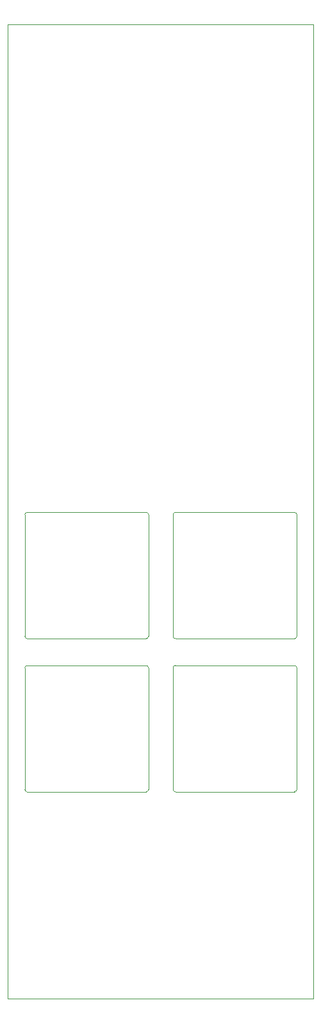
<source format=gbr>
%TF.GenerationSoftware,KiCad,Pcbnew,(6.0.11)*%
%TF.CreationDate,2023-03-02T10:52:14+00:00*%
%TF.ProjectId,Quilter_Panel,5175696c-7465-4725-9f50-616e656c2e6b,rev?*%
%TF.SameCoordinates,Original*%
%TF.FileFunction,Profile,NP*%
%FSLAX46Y46*%
G04 Gerber Fmt 4.6, Leading zero omitted, Abs format (unit mm)*
G04 Created by KiCad (PCBNEW (6.0.11)) date 2023-03-02 10:52:14*
%MOMM*%
%LPD*%
G01*
G04 APERTURE LIST*
%TA.AperFunction,Profile*%
%ADD10C,0.050000*%
%TD*%
%TA.AperFunction,Profile*%
%ADD11C,0.120000*%
%TD*%
G04 APERTURE END LIST*
D10*
X50000000Y-31200000D02*
X90400000Y-31200000D01*
X90400000Y-31200000D02*
X90400000Y-159700000D01*
X90400000Y-159700000D02*
X50000000Y-159700000D01*
X50000000Y-159700000D02*
X50000000Y-31200000D01*
D11*
%TO.C,Output*%
X87880000Y-132420000D02*
X72120000Y-132420000D01*
X88190000Y-116080000D02*
X88190000Y-132120000D01*
X87880000Y-115780000D02*
X72120000Y-115780000D01*
X71840000Y-116080000D02*
X71840000Y-132120000D01*
X87880001Y-132419990D02*
G75*
G03*
X88190000Y-132120000I17299J292290D01*
G01*
X88189942Y-116080001D02*
G75*
G03*
X87880000Y-115780000I-306742J-6799D01*
G01*
X71839999Y-132120000D02*
G75*
G03*
X72120000Y-132420000I291316J-8772D01*
G01*
X72120000Y-115779999D02*
G75*
G03*
X71840000Y-116080000I12375J-292217D01*
G01*
%TO.C,PWM_In*%
X88190000Y-95880000D02*
X88190000Y-111920000D01*
X71840000Y-95880000D02*
X71840000Y-111920000D01*
X87880000Y-112220000D02*
X72120000Y-112220000D01*
X87880000Y-95580000D02*
X72120000Y-95580000D01*
X71839999Y-111920000D02*
G75*
G03*
X72120000Y-112220000I291316J-8772D01*
G01*
X72120000Y-95579999D02*
G75*
G03*
X71840000Y-95880000I12375J-292217D01*
G01*
X87880001Y-112219990D02*
G75*
G03*
X88190000Y-111920000I17299J292290D01*
G01*
X88189942Y-95880001D02*
G75*
G03*
X87880000Y-95580000I-306742J-6799D01*
G01*
%TO.C,FM_In*%
X52240000Y-95880000D02*
X52240000Y-111920000D01*
X68280000Y-112220000D02*
X52520000Y-112220000D01*
X68590000Y-95880000D02*
X68590000Y-111920000D01*
X68280000Y-95580000D02*
X52520000Y-95580000D01*
X52239999Y-111920000D02*
G75*
G03*
X52520000Y-112220000I291316J-8772D01*
G01*
X68589942Y-95880001D02*
G75*
G03*
X68280000Y-95580000I-306742J-6799D01*
G01*
X52520000Y-95579999D02*
G75*
G03*
X52240000Y-95880000I12375J-292217D01*
G01*
X68280001Y-112219990D02*
G75*
G03*
X68590000Y-111920000I17299J292290D01*
G01*
%TO.C,V_per_Oct_In*%
X68280000Y-115780000D02*
X52520000Y-115780000D01*
X68590000Y-116080000D02*
X68590000Y-132120000D01*
X68280000Y-132420000D02*
X52520000Y-132420000D01*
X52240000Y-116080000D02*
X52240000Y-132120000D01*
X52239999Y-132120000D02*
G75*
G03*
X52520000Y-132420000I291316J-8772D01*
G01*
X68589942Y-116080001D02*
G75*
G03*
X68280000Y-115780000I-306742J-6799D01*
G01*
X68280001Y-132419990D02*
G75*
G03*
X68590000Y-132120000I17299J292290D01*
G01*
X52520000Y-115779999D02*
G75*
G03*
X52240000Y-116080000I12375J-292217D01*
G01*
%TD*%
M02*

</source>
